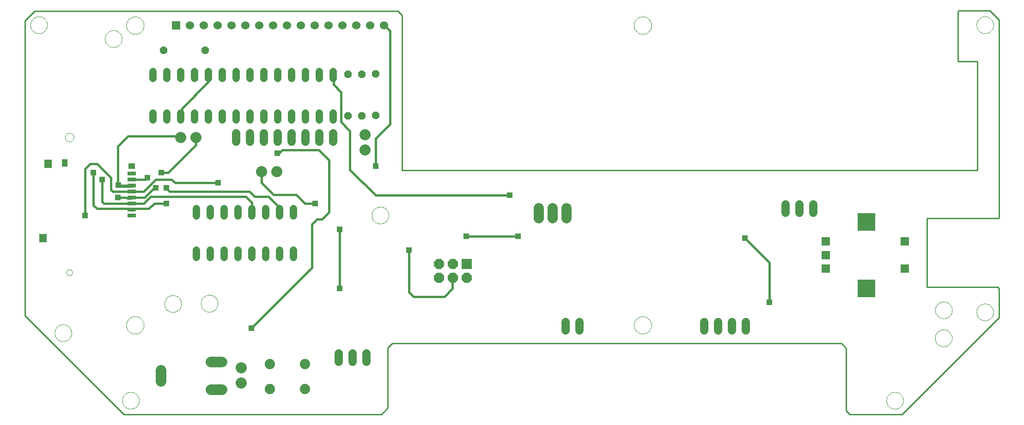
<source format=gtl>
G75*
G70*
%OFA0B0*%
%FSLAX24Y24*%
%IPPOS*%
%LPD*%
%AMOC8*
5,1,8,0,0,1.08239X$1,22.5*
%
%ADD10C,0.0100*%
%ADD11R,0.0740X0.0740*%
%ADD12OC8,0.0740*%
%ADD13C,0.0000*%
%ADD14C,0.0600*%
%ADD15C,0.0520*%
%ADD16OC8,0.0520*%
%ADD17R,0.0594X0.0594*%
%ADD18R,0.1266X0.1266*%
%ADD19R,0.0600X0.0600*%
%ADD20C,0.0600*%
%ADD21C,0.0780*%
%ADD22C,0.0800*%
%ADD23R,0.0531X0.0591*%
%ADD24R,0.0394X0.0551*%
%ADD25R,0.0512X0.0394*%
%ADD26R,0.0591X0.0295*%
%ADD27C,0.0740*%
%ADD28C,0.0594*%
%ADD29C,0.0740*%
%ADD30R,0.0396X0.0396*%
%ADD31C,0.0160*%
D10*
X001163Y007439D02*
X008288Y000314D01*
X026876Y000314D01*
X027326Y000764D01*
X027326Y005114D01*
X027638Y005426D01*
X060051Y005426D01*
X060401Y005076D01*
X060401Y000564D01*
X060651Y000314D01*
X064426Y000314D01*
X071413Y007301D01*
X071426Y007301D02*
X071426Y009389D01*
X071313Y009501D01*
X066226Y009501D01*
X066226Y014476D01*
X066238Y014476D02*
X071401Y014476D01*
X071413Y014489D01*
X071413Y028776D01*
X070738Y029451D01*
X068476Y029451D01*
X068463Y029414D02*
X068463Y025801D01*
X069863Y025801D01*
X069863Y017926D01*
X028338Y017926D01*
X028351Y029126D01*
X028038Y029426D01*
X027501Y029426D01*
X009688Y029426D01*
X001863Y029426D01*
X001163Y028739D01*
X001163Y007439D01*
X001738Y029301D02*
X001863Y029426D01*
X070781Y029431D02*
X071406Y028806D01*
D11*
X033031Y011181D03*
D12*
X032031Y011181D03*
X031031Y011181D03*
X031031Y010181D03*
X032031Y010181D03*
X033031Y010181D03*
D13*
X045082Y006748D02*
X045084Y006798D01*
X045090Y006848D01*
X045100Y006897D01*
X045114Y006945D01*
X045131Y006992D01*
X045152Y007037D01*
X045177Y007081D01*
X045205Y007122D01*
X045237Y007161D01*
X045271Y007198D01*
X045308Y007232D01*
X045348Y007262D01*
X045390Y007289D01*
X045434Y007313D01*
X045480Y007334D01*
X045527Y007350D01*
X045575Y007363D01*
X045625Y007372D01*
X045674Y007377D01*
X045725Y007378D01*
X045775Y007375D01*
X045824Y007368D01*
X045873Y007357D01*
X045921Y007342D01*
X045967Y007324D01*
X046012Y007302D01*
X046055Y007276D01*
X046096Y007247D01*
X046135Y007215D01*
X046171Y007180D01*
X046203Y007142D01*
X046233Y007102D01*
X046260Y007059D01*
X046283Y007015D01*
X046302Y006969D01*
X046318Y006921D01*
X046330Y006872D01*
X046338Y006823D01*
X046342Y006773D01*
X046342Y006723D01*
X046338Y006673D01*
X046330Y006624D01*
X046318Y006575D01*
X046302Y006527D01*
X046283Y006481D01*
X046260Y006437D01*
X046233Y006394D01*
X046203Y006354D01*
X046171Y006316D01*
X046135Y006281D01*
X046096Y006249D01*
X046055Y006220D01*
X046012Y006194D01*
X045967Y006172D01*
X045921Y006154D01*
X045873Y006139D01*
X045824Y006128D01*
X045775Y006121D01*
X045725Y006118D01*
X045674Y006119D01*
X045625Y006124D01*
X045575Y006133D01*
X045527Y006146D01*
X045480Y006162D01*
X045434Y006183D01*
X045390Y006207D01*
X045348Y006234D01*
X045308Y006264D01*
X045271Y006298D01*
X045237Y006335D01*
X045205Y006374D01*
X045177Y006415D01*
X045152Y006459D01*
X045131Y006504D01*
X045114Y006551D01*
X045100Y006599D01*
X045090Y006648D01*
X045084Y006698D01*
X045082Y006748D01*
X063296Y001306D02*
X063298Y001355D01*
X063304Y001404D01*
X063314Y001452D01*
X063327Y001499D01*
X063345Y001545D01*
X063366Y001589D01*
X063390Y001632D01*
X063418Y001672D01*
X063449Y001711D01*
X063483Y001746D01*
X063520Y001779D01*
X063559Y001808D01*
X063601Y001834D01*
X063644Y001857D01*
X063690Y001876D01*
X063736Y001892D01*
X063784Y001904D01*
X063832Y001912D01*
X063881Y001916D01*
X063931Y001916D01*
X063980Y001912D01*
X064028Y001904D01*
X064076Y001892D01*
X064122Y001876D01*
X064168Y001857D01*
X064211Y001834D01*
X064253Y001808D01*
X064292Y001779D01*
X064329Y001746D01*
X064363Y001711D01*
X064394Y001672D01*
X064422Y001632D01*
X064446Y001589D01*
X064467Y001545D01*
X064485Y001499D01*
X064498Y001452D01*
X064508Y001404D01*
X064514Y001355D01*
X064516Y001306D01*
X064514Y001257D01*
X064508Y001208D01*
X064498Y001160D01*
X064485Y001113D01*
X064467Y001067D01*
X064446Y001023D01*
X064422Y000980D01*
X064394Y000940D01*
X064363Y000901D01*
X064329Y000866D01*
X064292Y000833D01*
X064253Y000804D01*
X064211Y000778D01*
X064168Y000755D01*
X064122Y000736D01*
X064076Y000720D01*
X064028Y000708D01*
X063980Y000700D01*
X063931Y000696D01*
X063881Y000696D01*
X063832Y000700D01*
X063784Y000708D01*
X063736Y000720D01*
X063690Y000736D01*
X063644Y000755D01*
X063601Y000778D01*
X063559Y000804D01*
X063520Y000833D01*
X063483Y000866D01*
X063449Y000901D01*
X063418Y000940D01*
X063390Y000980D01*
X063366Y001023D01*
X063345Y001067D01*
X063327Y001113D01*
X063314Y001160D01*
X063304Y001208D01*
X063298Y001257D01*
X063296Y001306D01*
X066803Y005814D02*
X066805Y005863D01*
X066811Y005912D01*
X066821Y005960D01*
X066834Y006007D01*
X066852Y006053D01*
X066873Y006097D01*
X066897Y006140D01*
X066925Y006180D01*
X066956Y006219D01*
X066990Y006254D01*
X067027Y006287D01*
X067066Y006316D01*
X067108Y006342D01*
X067151Y006365D01*
X067197Y006384D01*
X067243Y006400D01*
X067291Y006412D01*
X067339Y006420D01*
X067388Y006424D01*
X067438Y006424D01*
X067487Y006420D01*
X067535Y006412D01*
X067583Y006400D01*
X067629Y006384D01*
X067675Y006365D01*
X067718Y006342D01*
X067760Y006316D01*
X067799Y006287D01*
X067836Y006254D01*
X067870Y006219D01*
X067901Y006180D01*
X067929Y006140D01*
X067953Y006097D01*
X067974Y006053D01*
X067992Y006007D01*
X068005Y005960D01*
X068015Y005912D01*
X068021Y005863D01*
X068023Y005814D01*
X068021Y005765D01*
X068015Y005716D01*
X068005Y005668D01*
X067992Y005621D01*
X067974Y005575D01*
X067953Y005531D01*
X067929Y005488D01*
X067901Y005448D01*
X067870Y005409D01*
X067836Y005374D01*
X067799Y005341D01*
X067760Y005312D01*
X067718Y005286D01*
X067675Y005263D01*
X067629Y005244D01*
X067583Y005228D01*
X067535Y005216D01*
X067487Y005208D01*
X067438Y005204D01*
X067388Y005204D01*
X067339Y005208D01*
X067291Y005216D01*
X067243Y005228D01*
X067197Y005244D01*
X067151Y005263D01*
X067108Y005286D01*
X067066Y005312D01*
X067027Y005341D01*
X066990Y005374D01*
X066956Y005409D01*
X066925Y005448D01*
X066897Y005488D01*
X066873Y005531D01*
X066852Y005575D01*
X066834Y005621D01*
X066821Y005668D01*
X066811Y005716D01*
X066805Y005765D01*
X066803Y005814D01*
X069796Y007681D02*
X069798Y007730D01*
X069804Y007779D01*
X069814Y007827D01*
X069827Y007874D01*
X069845Y007920D01*
X069866Y007964D01*
X069890Y008007D01*
X069918Y008047D01*
X069949Y008086D01*
X069983Y008121D01*
X070020Y008154D01*
X070059Y008183D01*
X070101Y008209D01*
X070144Y008232D01*
X070190Y008251D01*
X070236Y008267D01*
X070284Y008279D01*
X070332Y008287D01*
X070381Y008291D01*
X070431Y008291D01*
X070480Y008287D01*
X070528Y008279D01*
X070576Y008267D01*
X070622Y008251D01*
X070668Y008232D01*
X070711Y008209D01*
X070753Y008183D01*
X070792Y008154D01*
X070829Y008121D01*
X070863Y008086D01*
X070894Y008047D01*
X070922Y008007D01*
X070946Y007964D01*
X070967Y007920D01*
X070985Y007874D01*
X070998Y007827D01*
X071008Y007779D01*
X071014Y007730D01*
X071016Y007681D01*
X071014Y007632D01*
X071008Y007583D01*
X070998Y007535D01*
X070985Y007488D01*
X070967Y007442D01*
X070946Y007398D01*
X070922Y007355D01*
X070894Y007315D01*
X070863Y007276D01*
X070829Y007241D01*
X070792Y007208D01*
X070753Y007179D01*
X070711Y007153D01*
X070668Y007130D01*
X070622Y007111D01*
X070576Y007095D01*
X070528Y007083D01*
X070480Y007075D01*
X070431Y007071D01*
X070381Y007071D01*
X070332Y007075D01*
X070284Y007083D01*
X070236Y007095D01*
X070190Y007111D01*
X070144Y007130D01*
X070101Y007153D01*
X070059Y007179D01*
X070020Y007208D01*
X069983Y007241D01*
X069949Y007276D01*
X069918Y007315D01*
X069890Y007355D01*
X069866Y007398D01*
X069845Y007442D01*
X069827Y007488D01*
X069814Y007535D01*
X069804Y007583D01*
X069798Y007632D01*
X069796Y007681D01*
X066816Y007826D02*
X066818Y007875D01*
X066824Y007924D01*
X066834Y007972D01*
X066847Y008019D01*
X066865Y008065D01*
X066886Y008109D01*
X066910Y008152D01*
X066938Y008192D01*
X066969Y008231D01*
X067003Y008266D01*
X067040Y008299D01*
X067079Y008328D01*
X067121Y008354D01*
X067164Y008377D01*
X067210Y008396D01*
X067256Y008412D01*
X067304Y008424D01*
X067352Y008432D01*
X067401Y008436D01*
X067451Y008436D01*
X067500Y008432D01*
X067548Y008424D01*
X067596Y008412D01*
X067642Y008396D01*
X067688Y008377D01*
X067731Y008354D01*
X067773Y008328D01*
X067812Y008299D01*
X067849Y008266D01*
X067883Y008231D01*
X067914Y008192D01*
X067942Y008152D01*
X067966Y008109D01*
X067987Y008065D01*
X068005Y008019D01*
X068018Y007972D01*
X068028Y007924D01*
X068034Y007875D01*
X068036Y007826D01*
X068034Y007777D01*
X068028Y007728D01*
X068018Y007680D01*
X068005Y007633D01*
X067987Y007587D01*
X067966Y007543D01*
X067942Y007500D01*
X067914Y007460D01*
X067883Y007421D01*
X067849Y007386D01*
X067812Y007353D01*
X067773Y007324D01*
X067731Y007298D01*
X067688Y007275D01*
X067642Y007256D01*
X067596Y007240D01*
X067548Y007228D01*
X067500Y007220D01*
X067451Y007216D01*
X067401Y007216D01*
X067352Y007220D01*
X067304Y007228D01*
X067256Y007240D01*
X067210Y007256D01*
X067164Y007275D01*
X067121Y007298D01*
X067079Y007324D01*
X067040Y007353D01*
X067003Y007386D01*
X066969Y007421D01*
X066938Y007460D01*
X066910Y007500D01*
X066886Y007543D01*
X066865Y007587D01*
X066847Y007633D01*
X066834Y007680D01*
X066824Y007728D01*
X066818Y007777D01*
X066816Y007826D01*
X026171Y014681D02*
X026173Y014730D01*
X026179Y014779D01*
X026189Y014827D01*
X026202Y014874D01*
X026220Y014920D01*
X026241Y014964D01*
X026265Y015007D01*
X026293Y015047D01*
X026324Y015086D01*
X026358Y015121D01*
X026395Y015154D01*
X026434Y015183D01*
X026476Y015209D01*
X026519Y015232D01*
X026565Y015251D01*
X026611Y015267D01*
X026659Y015279D01*
X026707Y015287D01*
X026756Y015291D01*
X026806Y015291D01*
X026855Y015287D01*
X026903Y015279D01*
X026951Y015267D01*
X026997Y015251D01*
X027043Y015232D01*
X027086Y015209D01*
X027128Y015183D01*
X027167Y015154D01*
X027204Y015121D01*
X027238Y015086D01*
X027269Y015047D01*
X027297Y015007D01*
X027321Y014964D01*
X027342Y014920D01*
X027360Y014874D01*
X027373Y014827D01*
X027383Y014779D01*
X027389Y014730D01*
X027391Y014681D01*
X027389Y014632D01*
X027383Y014583D01*
X027373Y014535D01*
X027360Y014488D01*
X027342Y014442D01*
X027321Y014398D01*
X027297Y014355D01*
X027269Y014315D01*
X027238Y014276D01*
X027204Y014241D01*
X027167Y014208D01*
X027128Y014179D01*
X027086Y014153D01*
X027043Y014130D01*
X026997Y014111D01*
X026951Y014095D01*
X026903Y014083D01*
X026855Y014075D01*
X026806Y014071D01*
X026756Y014071D01*
X026707Y014075D01*
X026659Y014083D01*
X026611Y014095D01*
X026565Y014111D01*
X026519Y014130D01*
X026476Y014153D01*
X026434Y014179D01*
X026395Y014208D01*
X026358Y014241D01*
X026324Y014276D01*
X026293Y014315D01*
X026265Y014355D01*
X026241Y014398D01*
X026220Y014442D01*
X026202Y014488D01*
X026189Y014535D01*
X026179Y014583D01*
X026173Y014632D01*
X026171Y014681D01*
X013841Y008314D02*
X013843Y008363D01*
X013849Y008412D01*
X013859Y008460D01*
X013872Y008507D01*
X013890Y008553D01*
X013911Y008597D01*
X013935Y008640D01*
X013963Y008680D01*
X013994Y008719D01*
X014028Y008754D01*
X014065Y008787D01*
X014104Y008816D01*
X014146Y008842D01*
X014189Y008865D01*
X014235Y008884D01*
X014281Y008900D01*
X014329Y008912D01*
X014377Y008920D01*
X014426Y008924D01*
X014476Y008924D01*
X014525Y008920D01*
X014573Y008912D01*
X014621Y008900D01*
X014667Y008884D01*
X014713Y008865D01*
X014756Y008842D01*
X014798Y008816D01*
X014837Y008787D01*
X014874Y008754D01*
X014908Y008719D01*
X014939Y008680D01*
X014967Y008640D01*
X014991Y008597D01*
X015012Y008553D01*
X015030Y008507D01*
X015043Y008460D01*
X015053Y008412D01*
X015059Y008363D01*
X015061Y008314D01*
X015059Y008265D01*
X015053Y008216D01*
X015043Y008168D01*
X015030Y008121D01*
X015012Y008075D01*
X014991Y008031D01*
X014967Y007988D01*
X014939Y007948D01*
X014908Y007909D01*
X014874Y007874D01*
X014837Y007841D01*
X014798Y007812D01*
X014756Y007786D01*
X014713Y007763D01*
X014667Y007744D01*
X014621Y007728D01*
X014573Y007716D01*
X014525Y007708D01*
X014476Y007704D01*
X014426Y007704D01*
X014377Y007708D01*
X014329Y007716D01*
X014281Y007728D01*
X014235Y007744D01*
X014189Y007763D01*
X014146Y007786D01*
X014104Y007812D01*
X014065Y007841D01*
X014028Y007874D01*
X013994Y007909D01*
X013963Y007948D01*
X013935Y007988D01*
X013911Y008031D01*
X013890Y008075D01*
X013872Y008121D01*
X013859Y008168D01*
X013849Y008216D01*
X013843Y008265D01*
X013841Y008314D01*
X011216Y008289D02*
X011218Y008338D01*
X011224Y008387D01*
X011234Y008435D01*
X011247Y008482D01*
X011265Y008528D01*
X011286Y008572D01*
X011310Y008615D01*
X011338Y008655D01*
X011369Y008694D01*
X011403Y008729D01*
X011440Y008762D01*
X011479Y008791D01*
X011521Y008817D01*
X011564Y008840D01*
X011610Y008859D01*
X011656Y008875D01*
X011704Y008887D01*
X011752Y008895D01*
X011801Y008899D01*
X011851Y008899D01*
X011900Y008895D01*
X011948Y008887D01*
X011996Y008875D01*
X012042Y008859D01*
X012088Y008840D01*
X012131Y008817D01*
X012173Y008791D01*
X012212Y008762D01*
X012249Y008729D01*
X012283Y008694D01*
X012314Y008655D01*
X012342Y008615D01*
X012366Y008572D01*
X012387Y008528D01*
X012405Y008482D01*
X012418Y008435D01*
X012428Y008387D01*
X012434Y008338D01*
X012436Y008289D01*
X012434Y008240D01*
X012428Y008191D01*
X012418Y008143D01*
X012405Y008096D01*
X012387Y008050D01*
X012366Y008006D01*
X012342Y007963D01*
X012314Y007923D01*
X012283Y007884D01*
X012249Y007849D01*
X012212Y007816D01*
X012173Y007787D01*
X012131Y007761D01*
X012088Y007738D01*
X012042Y007719D01*
X011996Y007703D01*
X011948Y007691D01*
X011900Y007683D01*
X011851Y007679D01*
X011801Y007679D01*
X011752Y007683D01*
X011704Y007691D01*
X011656Y007703D01*
X011610Y007719D01*
X011564Y007738D01*
X011521Y007761D01*
X011479Y007787D01*
X011440Y007816D01*
X011403Y007849D01*
X011369Y007884D01*
X011338Y007923D01*
X011310Y007963D01*
X011286Y008006D01*
X011265Y008050D01*
X011247Y008096D01*
X011234Y008143D01*
X011224Y008191D01*
X011218Y008240D01*
X011216Y008289D01*
X008468Y006748D02*
X008470Y006798D01*
X008476Y006848D01*
X008486Y006897D01*
X008500Y006945D01*
X008517Y006992D01*
X008538Y007037D01*
X008563Y007081D01*
X008591Y007122D01*
X008623Y007161D01*
X008657Y007198D01*
X008694Y007232D01*
X008734Y007262D01*
X008776Y007289D01*
X008820Y007313D01*
X008866Y007334D01*
X008913Y007350D01*
X008961Y007363D01*
X009011Y007372D01*
X009060Y007377D01*
X009111Y007378D01*
X009161Y007375D01*
X009210Y007368D01*
X009259Y007357D01*
X009307Y007342D01*
X009353Y007324D01*
X009398Y007302D01*
X009441Y007276D01*
X009482Y007247D01*
X009521Y007215D01*
X009557Y007180D01*
X009589Y007142D01*
X009619Y007102D01*
X009646Y007059D01*
X009669Y007015D01*
X009688Y006969D01*
X009704Y006921D01*
X009716Y006872D01*
X009724Y006823D01*
X009728Y006773D01*
X009728Y006723D01*
X009724Y006673D01*
X009716Y006624D01*
X009704Y006575D01*
X009688Y006527D01*
X009669Y006481D01*
X009646Y006437D01*
X009619Y006394D01*
X009589Y006354D01*
X009557Y006316D01*
X009521Y006281D01*
X009482Y006249D01*
X009441Y006220D01*
X009398Y006194D01*
X009353Y006172D01*
X009307Y006154D01*
X009259Y006139D01*
X009210Y006128D01*
X009161Y006121D01*
X009111Y006118D01*
X009060Y006119D01*
X009011Y006124D01*
X008961Y006133D01*
X008913Y006146D01*
X008866Y006162D01*
X008820Y006183D01*
X008776Y006207D01*
X008734Y006234D01*
X008694Y006264D01*
X008657Y006298D01*
X008623Y006335D01*
X008591Y006374D01*
X008563Y006415D01*
X008538Y006459D01*
X008517Y006504D01*
X008500Y006551D01*
X008486Y006599D01*
X008476Y006648D01*
X008470Y006698D01*
X008468Y006748D01*
X003296Y006181D02*
X003298Y006230D01*
X003304Y006279D01*
X003314Y006327D01*
X003327Y006374D01*
X003345Y006420D01*
X003366Y006464D01*
X003390Y006507D01*
X003418Y006547D01*
X003449Y006586D01*
X003483Y006621D01*
X003520Y006654D01*
X003559Y006683D01*
X003601Y006709D01*
X003644Y006732D01*
X003690Y006751D01*
X003736Y006767D01*
X003784Y006779D01*
X003832Y006787D01*
X003881Y006791D01*
X003931Y006791D01*
X003980Y006787D01*
X004028Y006779D01*
X004076Y006767D01*
X004122Y006751D01*
X004168Y006732D01*
X004211Y006709D01*
X004253Y006683D01*
X004292Y006654D01*
X004329Y006621D01*
X004363Y006586D01*
X004394Y006547D01*
X004422Y006507D01*
X004446Y006464D01*
X004467Y006420D01*
X004485Y006374D01*
X004498Y006327D01*
X004508Y006279D01*
X004514Y006230D01*
X004516Y006181D01*
X004514Y006132D01*
X004508Y006083D01*
X004498Y006035D01*
X004485Y005988D01*
X004467Y005942D01*
X004446Y005898D01*
X004422Y005855D01*
X004394Y005815D01*
X004363Y005776D01*
X004329Y005741D01*
X004292Y005708D01*
X004253Y005679D01*
X004211Y005653D01*
X004168Y005630D01*
X004122Y005611D01*
X004076Y005595D01*
X004028Y005583D01*
X003980Y005575D01*
X003931Y005571D01*
X003881Y005571D01*
X003832Y005575D01*
X003784Y005583D01*
X003736Y005595D01*
X003690Y005611D01*
X003644Y005630D01*
X003601Y005653D01*
X003559Y005679D01*
X003520Y005708D01*
X003483Y005741D01*
X003449Y005776D01*
X003418Y005815D01*
X003390Y005855D01*
X003366Y005898D01*
X003345Y005942D01*
X003327Y005988D01*
X003314Y006035D01*
X003304Y006083D01*
X003298Y006132D01*
X003296Y006181D01*
X004146Y010550D02*
X004148Y010579D01*
X004154Y010607D01*
X004163Y010635D01*
X004176Y010661D01*
X004193Y010684D01*
X004212Y010706D01*
X004234Y010725D01*
X004259Y010740D01*
X004285Y010753D01*
X004313Y010761D01*
X004341Y010766D01*
X004370Y010767D01*
X004399Y010764D01*
X004427Y010757D01*
X004454Y010747D01*
X004480Y010733D01*
X004503Y010716D01*
X004524Y010696D01*
X004542Y010673D01*
X004557Y010648D01*
X004568Y010621D01*
X004576Y010593D01*
X004580Y010564D01*
X004580Y010536D01*
X004576Y010507D01*
X004568Y010479D01*
X004557Y010452D01*
X004542Y010427D01*
X004524Y010404D01*
X004503Y010384D01*
X004480Y010367D01*
X004454Y010353D01*
X004427Y010343D01*
X004399Y010336D01*
X004370Y010333D01*
X004341Y010334D01*
X004313Y010339D01*
X004285Y010347D01*
X004259Y010360D01*
X004234Y010375D01*
X004212Y010394D01*
X004193Y010416D01*
X004176Y010439D01*
X004163Y010465D01*
X004154Y010493D01*
X004148Y010521D01*
X004146Y010550D01*
X008171Y001306D02*
X008173Y001355D01*
X008179Y001404D01*
X008189Y001452D01*
X008202Y001499D01*
X008220Y001545D01*
X008241Y001589D01*
X008265Y001632D01*
X008293Y001672D01*
X008324Y001711D01*
X008358Y001746D01*
X008395Y001779D01*
X008434Y001808D01*
X008476Y001834D01*
X008519Y001857D01*
X008565Y001876D01*
X008611Y001892D01*
X008659Y001904D01*
X008707Y001912D01*
X008756Y001916D01*
X008806Y001916D01*
X008855Y001912D01*
X008903Y001904D01*
X008951Y001892D01*
X008997Y001876D01*
X009043Y001857D01*
X009086Y001834D01*
X009128Y001808D01*
X009167Y001779D01*
X009204Y001746D01*
X009238Y001711D01*
X009269Y001672D01*
X009297Y001632D01*
X009321Y001589D01*
X009342Y001545D01*
X009360Y001499D01*
X009373Y001452D01*
X009383Y001404D01*
X009389Y001355D01*
X009391Y001306D01*
X009389Y001257D01*
X009383Y001208D01*
X009373Y001160D01*
X009360Y001113D01*
X009342Y001067D01*
X009321Y001023D01*
X009297Y000980D01*
X009269Y000940D01*
X009238Y000901D01*
X009204Y000866D01*
X009167Y000833D01*
X009128Y000804D01*
X009086Y000778D01*
X009043Y000755D01*
X008997Y000736D01*
X008951Y000720D01*
X008903Y000708D01*
X008855Y000700D01*
X008806Y000696D01*
X008756Y000696D01*
X008707Y000700D01*
X008659Y000708D01*
X008611Y000720D01*
X008565Y000736D01*
X008519Y000755D01*
X008476Y000778D01*
X008434Y000804D01*
X008395Y000833D01*
X008358Y000866D01*
X008324Y000901D01*
X008293Y000940D01*
X008265Y000980D01*
X008241Y001023D01*
X008220Y001067D01*
X008202Y001113D01*
X008189Y001160D01*
X008179Y001208D01*
X008173Y001257D01*
X008171Y001306D01*
X004048Y020314D02*
X004050Y020349D01*
X004056Y020384D01*
X004066Y020418D01*
X004079Y020451D01*
X004096Y020482D01*
X004117Y020510D01*
X004140Y020537D01*
X004167Y020560D01*
X004195Y020581D01*
X004226Y020598D01*
X004259Y020611D01*
X004293Y020621D01*
X004328Y020627D01*
X004363Y020629D01*
X004398Y020627D01*
X004433Y020621D01*
X004467Y020611D01*
X004500Y020598D01*
X004531Y020581D01*
X004559Y020560D01*
X004586Y020537D01*
X004609Y020510D01*
X004630Y020482D01*
X004647Y020451D01*
X004660Y020418D01*
X004670Y020384D01*
X004676Y020349D01*
X004678Y020314D01*
X004676Y020279D01*
X004670Y020244D01*
X004660Y020210D01*
X004647Y020177D01*
X004630Y020146D01*
X004609Y020118D01*
X004586Y020091D01*
X004559Y020068D01*
X004531Y020047D01*
X004500Y020030D01*
X004467Y020017D01*
X004433Y020007D01*
X004398Y020001D01*
X004363Y019999D01*
X004328Y020001D01*
X004293Y020007D01*
X004259Y020017D01*
X004226Y020030D01*
X004195Y020047D01*
X004167Y020068D01*
X004140Y020091D01*
X004117Y020118D01*
X004096Y020146D01*
X004079Y020177D01*
X004066Y020210D01*
X004056Y020244D01*
X004050Y020279D01*
X004048Y020314D01*
X006921Y027431D02*
X006923Y027480D01*
X006929Y027529D01*
X006939Y027577D01*
X006952Y027624D01*
X006970Y027670D01*
X006991Y027714D01*
X007015Y027757D01*
X007043Y027797D01*
X007074Y027836D01*
X007108Y027871D01*
X007145Y027904D01*
X007184Y027933D01*
X007226Y027959D01*
X007269Y027982D01*
X007315Y028001D01*
X007361Y028017D01*
X007409Y028029D01*
X007457Y028037D01*
X007506Y028041D01*
X007556Y028041D01*
X007605Y028037D01*
X007653Y028029D01*
X007701Y028017D01*
X007747Y028001D01*
X007793Y027982D01*
X007836Y027959D01*
X007878Y027933D01*
X007917Y027904D01*
X007954Y027871D01*
X007988Y027836D01*
X008019Y027797D01*
X008047Y027757D01*
X008071Y027714D01*
X008092Y027670D01*
X008110Y027624D01*
X008123Y027577D01*
X008133Y027529D01*
X008139Y027480D01*
X008141Y027431D01*
X008139Y027382D01*
X008133Y027333D01*
X008123Y027285D01*
X008110Y027238D01*
X008092Y027192D01*
X008071Y027148D01*
X008047Y027105D01*
X008019Y027065D01*
X007988Y027026D01*
X007954Y026991D01*
X007917Y026958D01*
X007878Y026929D01*
X007836Y026903D01*
X007793Y026880D01*
X007747Y026861D01*
X007701Y026845D01*
X007653Y026833D01*
X007605Y026825D01*
X007556Y026821D01*
X007506Y026821D01*
X007457Y026825D01*
X007409Y026833D01*
X007361Y026845D01*
X007315Y026861D01*
X007269Y026880D01*
X007226Y026903D01*
X007184Y026929D01*
X007145Y026958D01*
X007108Y026991D01*
X007074Y027026D01*
X007043Y027065D01*
X007015Y027105D01*
X006991Y027148D01*
X006970Y027192D01*
X006952Y027238D01*
X006939Y027285D01*
X006929Y027333D01*
X006923Y027382D01*
X006921Y027431D01*
X008468Y028401D02*
X008470Y028451D01*
X008476Y028501D01*
X008486Y028550D01*
X008500Y028598D01*
X008517Y028645D01*
X008538Y028690D01*
X008563Y028734D01*
X008591Y028775D01*
X008623Y028814D01*
X008657Y028851D01*
X008694Y028885D01*
X008734Y028915D01*
X008776Y028942D01*
X008820Y028966D01*
X008866Y028987D01*
X008913Y029003D01*
X008961Y029016D01*
X009011Y029025D01*
X009060Y029030D01*
X009111Y029031D01*
X009161Y029028D01*
X009210Y029021D01*
X009259Y029010D01*
X009307Y028995D01*
X009353Y028977D01*
X009398Y028955D01*
X009441Y028929D01*
X009482Y028900D01*
X009521Y028868D01*
X009557Y028833D01*
X009589Y028795D01*
X009619Y028755D01*
X009646Y028712D01*
X009669Y028668D01*
X009688Y028622D01*
X009704Y028574D01*
X009716Y028525D01*
X009724Y028476D01*
X009728Y028426D01*
X009728Y028376D01*
X009724Y028326D01*
X009716Y028277D01*
X009704Y028228D01*
X009688Y028180D01*
X009669Y028134D01*
X009646Y028090D01*
X009619Y028047D01*
X009589Y028007D01*
X009557Y027969D01*
X009521Y027934D01*
X009482Y027902D01*
X009441Y027873D01*
X009398Y027847D01*
X009353Y027825D01*
X009307Y027807D01*
X009259Y027792D01*
X009210Y027781D01*
X009161Y027774D01*
X009111Y027771D01*
X009060Y027772D01*
X009011Y027777D01*
X008961Y027786D01*
X008913Y027799D01*
X008866Y027815D01*
X008820Y027836D01*
X008776Y027860D01*
X008734Y027887D01*
X008694Y027917D01*
X008657Y027951D01*
X008623Y027988D01*
X008591Y028027D01*
X008563Y028068D01*
X008538Y028112D01*
X008517Y028157D01*
X008500Y028204D01*
X008486Y028252D01*
X008476Y028301D01*
X008470Y028351D01*
X008468Y028401D01*
X001546Y028431D02*
X001548Y028480D01*
X001554Y028529D01*
X001564Y028577D01*
X001577Y028624D01*
X001595Y028670D01*
X001616Y028714D01*
X001640Y028757D01*
X001668Y028797D01*
X001699Y028836D01*
X001733Y028871D01*
X001770Y028904D01*
X001809Y028933D01*
X001851Y028959D01*
X001894Y028982D01*
X001940Y029001D01*
X001986Y029017D01*
X002034Y029029D01*
X002082Y029037D01*
X002131Y029041D01*
X002181Y029041D01*
X002230Y029037D01*
X002278Y029029D01*
X002326Y029017D01*
X002372Y029001D01*
X002418Y028982D01*
X002461Y028959D01*
X002503Y028933D01*
X002542Y028904D01*
X002579Y028871D01*
X002613Y028836D01*
X002644Y028797D01*
X002672Y028757D01*
X002696Y028714D01*
X002717Y028670D01*
X002735Y028624D01*
X002748Y028577D01*
X002758Y028529D01*
X002764Y028480D01*
X002766Y028431D01*
X002764Y028382D01*
X002758Y028333D01*
X002748Y028285D01*
X002735Y028238D01*
X002717Y028192D01*
X002696Y028148D01*
X002672Y028105D01*
X002644Y028065D01*
X002613Y028026D01*
X002579Y027991D01*
X002542Y027958D01*
X002503Y027929D01*
X002461Y027903D01*
X002418Y027880D01*
X002372Y027861D01*
X002326Y027845D01*
X002278Y027833D01*
X002230Y027825D01*
X002181Y027821D01*
X002131Y027821D01*
X002082Y027825D01*
X002034Y027833D01*
X001986Y027845D01*
X001940Y027861D01*
X001894Y027880D01*
X001851Y027903D01*
X001809Y027929D01*
X001770Y027958D01*
X001733Y027991D01*
X001699Y028026D01*
X001668Y028065D01*
X001640Y028105D01*
X001616Y028148D01*
X001595Y028192D01*
X001577Y028238D01*
X001564Y028285D01*
X001554Y028333D01*
X001548Y028382D01*
X001546Y028431D01*
X045082Y028401D02*
X045084Y028451D01*
X045090Y028501D01*
X045100Y028550D01*
X045114Y028598D01*
X045131Y028645D01*
X045152Y028690D01*
X045177Y028734D01*
X045205Y028775D01*
X045237Y028814D01*
X045271Y028851D01*
X045308Y028885D01*
X045348Y028915D01*
X045390Y028942D01*
X045434Y028966D01*
X045480Y028987D01*
X045527Y029003D01*
X045575Y029016D01*
X045625Y029025D01*
X045674Y029030D01*
X045725Y029031D01*
X045775Y029028D01*
X045824Y029021D01*
X045873Y029010D01*
X045921Y028995D01*
X045967Y028977D01*
X046012Y028955D01*
X046055Y028929D01*
X046096Y028900D01*
X046135Y028868D01*
X046171Y028833D01*
X046203Y028795D01*
X046233Y028755D01*
X046260Y028712D01*
X046283Y028668D01*
X046302Y028622D01*
X046318Y028574D01*
X046330Y028525D01*
X046338Y028476D01*
X046342Y028426D01*
X046342Y028376D01*
X046338Y028326D01*
X046330Y028277D01*
X046318Y028228D01*
X046302Y028180D01*
X046283Y028134D01*
X046260Y028090D01*
X046233Y028047D01*
X046203Y028007D01*
X046171Y027969D01*
X046135Y027934D01*
X046096Y027902D01*
X046055Y027873D01*
X046012Y027847D01*
X045967Y027825D01*
X045921Y027807D01*
X045873Y027792D01*
X045824Y027781D01*
X045775Y027774D01*
X045725Y027771D01*
X045674Y027772D01*
X045625Y027777D01*
X045575Y027786D01*
X045527Y027799D01*
X045480Y027815D01*
X045434Y027836D01*
X045390Y027860D01*
X045348Y027887D01*
X045308Y027917D01*
X045271Y027951D01*
X045237Y027988D01*
X045205Y028027D01*
X045177Y028068D01*
X045152Y028112D01*
X045131Y028157D01*
X045114Y028204D01*
X045100Y028252D01*
X045090Y028301D01*
X045084Y028351D01*
X045082Y028401D01*
X069796Y028431D02*
X069798Y028480D01*
X069804Y028529D01*
X069814Y028577D01*
X069827Y028624D01*
X069845Y028670D01*
X069866Y028714D01*
X069890Y028757D01*
X069918Y028797D01*
X069949Y028836D01*
X069983Y028871D01*
X070020Y028904D01*
X070059Y028933D01*
X070101Y028959D01*
X070144Y028982D01*
X070190Y029001D01*
X070236Y029017D01*
X070284Y029029D01*
X070332Y029037D01*
X070381Y029041D01*
X070431Y029041D01*
X070480Y029037D01*
X070528Y029029D01*
X070576Y029017D01*
X070622Y029001D01*
X070668Y028982D01*
X070711Y028959D01*
X070753Y028933D01*
X070792Y028904D01*
X070829Y028871D01*
X070863Y028836D01*
X070894Y028797D01*
X070922Y028757D01*
X070946Y028714D01*
X070967Y028670D01*
X070985Y028624D01*
X070998Y028577D01*
X071008Y028529D01*
X071014Y028480D01*
X071016Y028431D01*
X071014Y028382D01*
X071008Y028333D01*
X070998Y028285D01*
X070985Y028238D01*
X070967Y028192D01*
X070946Y028148D01*
X070922Y028105D01*
X070894Y028065D01*
X070863Y028026D01*
X070829Y027991D01*
X070792Y027958D01*
X070753Y027929D01*
X070711Y027903D01*
X070668Y027880D01*
X070622Y027861D01*
X070576Y027845D01*
X070528Y027833D01*
X070480Y027825D01*
X070431Y027821D01*
X070381Y027821D01*
X070332Y027825D01*
X070284Y027833D01*
X070236Y027845D01*
X070190Y027861D01*
X070144Y027880D01*
X070101Y027903D01*
X070059Y027929D01*
X070020Y027958D01*
X069983Y027991D01*
X069949Y028026D01*
X069918Y028065D01*
X069890Y028105D01*
X069866Y028148D01*
X069845Y028192D01*
X069827Y028238D01*
X069814Y028285D01*
X069804Y028333D01*
X069798Y028382D01*
X069796Y028431D01*
D14*
X058031Y015481D02*
X058031Y014881D01*
X057031Y014881D02*
X057031Y015481D01*
X056031Y015481D02*
X056031Y014881D01*
X053156Y006981D02*
X053156Y006381D01*
X052156Y006381D02*
X052156Y006981D01*
X051156Y006981D02*
X051156Y006381D01*
X050156Y006381D02*
X050156Y006981D01*
X041156Y006981D02*
X041156Y006381D01*
X040156Y006381D02*
X040156Y006981D01*
X023388Y020014D02*
X023388Y020614D01*
X022388Y020614D02*
X022388Y020014D01*
X021388Y020014D02*
X021388Y020614D01*
X020388Y020614D02*
X020388Y020014D01*
X019388Y020014D02*
X019388Y020614D01*
X018388Y020614D02*
X018388Y020014D01*
X017388Y020014D02*
X017388Y020614D01*
X016388Y020614D02*
X016388Y020014D01*
D15*
X016401Y021554D02*
X016401Y022074D01*
X017401Y022074D02*
X017401Y021554D01*
X018401Y021554D02*
X018401Y022074D01*
X019401Y022074D02*
X019401Y021554D01*
X020401Y021554D02*
X020401Y022074D01*
X021401Y022074D02*
X021401Y021554D01*
X022401Y021554D02*
X022401Y022074D01*
X023401Y022074D02*
X023401Y021554D01*
X015401Y021554D02*
X015401Y022074D01*
X014401Y022074D02*
X014401Y021554D01*
X013401Y021554D02*
X013401Y022074D01*
X012401Y022074D02*
X012401Y021554D01*
X011401Y021554D02*
X011401Y022074D01*
X010401Y022074D02*
X010401Y021554D01*
X010401Y024554D02*
X010401Y025074D01*
X011401Y025074D02*
X011401Y024554D01*
X012401Y024554D02*
X012401Y025074D01*
X013401Y025074D02*
X013401Y024554D01*
X014401Y024554D02*
X014401Y025074D01*
X015401Y025074D02*
X015401Y024554D01*
X016401Y024554D02*
X016401Y025074D01*
X017401Y025074D02*
X017401Y024554D01*
X018401Y024554D02*
X018401Y025074D01*
X019401Y025074D02*
X019401Y024554D01*
X020401Y024554D02*
X020401Y025074D01*
X021401Y025074D02*
X021401Y024554D01*
X022401Y024554D02*
X022401Y025074D01*
X023401Y025074D02*
X023401Y024554D01*
X020526Y015161D02*
X020526Y014641D01*
X019526Y014641D02*
X019526Y015161D01*
X018526Y015161D02*
X018526Y014641D01*
X017526Y014641D02*
X017526Y015161D01*
X016526Y015161D02*
X016526Y014641D01*
X015526Y014641D02*
X015526Y015161D01*
X014526Y015161D02*
X014526Y014641D01*
X013526Y014641D02*
X013526Y015161D01*
X013526Y012161D02*
X013526Y011641D01*
X014526Y011641D02*
X014526Y012161D01*
X015526Y012161D02*
X015526Y011641D01*
X016526Y011641D02*
X016526Y012161D01*
X017526Y012161D02*
X017526Y011641D01*
X018526Y011641D02*
X018526Y012161D01*
X019526Y012161D02*
X019526Y011641D01*
X020526Y011641D02*
X020526Y012161D01*
D16*
X024463Y021864D03*
X025463Y021876D03*
X026451Y021889D03*
X026451Y024889D03*
X025463Y024876D03*
X024463Y024864D03*
X014163Y026614D03*
X011163Y026614D03*
D17*
X058911Y012785D03*
X058911Y011801D03*
X058911Y010817D03*
X064619Y010817D03*
X064619Y012785D03*
D18*
X061863Y014203D03*
X061863Y009400D03*
D19*
X012050Y028401D03*
D20*
X013050Y028401D03*
X014050Y028401D03*
X015050Y028401D03*
X016050Y028401D03*
X017050Y028401D03*
X018050Y028401D03*
X019050Y028401D03*
X020050Y028401D03*
X021050Y028401D03*
X022050Y028401D03*
X023050Y028401D03*
X024050Y028401D03*
X025050Y028401D03*
X026050Y028401D03*
X027050Y028401D03*
D21*
X015341Y004101D02*
X014561Y004101D01*
X010951Y003491D02*
X010951Y002711D01*
X014561Y002101D02*
X015341Y002101D01*
D22*
X016751Y002551D03*
X016751Y003651D03*
X018226Y017839D03*
X019326Y017839D03*
X025688Y019401D03*
X025688Y020501D03*
X013501Y020301D03*
X012401Y020301D03*
D23*
X002832Y018397D03*
X002438Y013023D03*
D24*
X004023Y018456D03*
D25*
X008845Y018229D03*
D26*
X008865Y017698D03*
X008865Y017265D03*
X008865Y016832D03*
X008865Y016399D03*
X008865Y015965D03*
X008865Y015532D03*
X008865Y015099D03*
X008865Y014666D03*
D27*
X018808Y003929D03*
X021368Y003929D03*
X021368Y002149D03*
X018808Y002149D03*
D28*
X023776Y004092D02*
X023776Y004685D01*
X024776Y004685D02*
X024776Y004092D01*
X025776Y004092D02*
X025776Y004685D01*
D29*
X038226Y014476D02*
X038226Y015216D01*
X039226Y015216D02*
X039226Y014476D01*
X040226Y014476D02*
X040226Y015216D01*
D30*
X036118Y016120D03*
X036726Y013151D03*
X032976Y013151D03*
X028851Y012151D03*
X023851Y013651D03*
X022101Y015526D03*
X015101Y017026D03*
X011351Y016651D03*
X010601Y016651D03*
X009976Y017401D03*
X010976Y017776D03*
X007876Y016864D03*
X006726Y017276D03*
X006101Y017776D03*
X007851Y015976D03*
X005476Y014651D03*
X011351Y015526D03*
X019351Y019151D03*
X026463Y018226D03*
X053101Y013026D03*
X054851Y008401D03*
X023851Y009401D03*
X017476Y006526D03*
D31*
X021851Y010901D01*
X021851Y014026D01*
X022226Y014401D01*
X022601Y014401D01*
X023101Y014901D01*
X023101Y018651D01*
X022351Y019401D01*
X019726Y019401D01*
X019476Y019151D01*
X019351Y019151D01*
X018226Y017839D02*
X018226Y017026D01*
X019101Y016151D01*
X020726Y016151D01*
X021351Y015526D01*
X022101Y015526D01*
X019526Y015226D02*
X019526Y014901D01*
X019526Y015226D02*
X018726Y016026D01*
X017726Y016026D01*
X017476Y016276D01*
X017351Y016401D01*
X011601Y016401D01*
X011351Y016651D01*
X010601Y016651D02*
X010476Y016651D01*
X009790Y015965D01*
X008865Y015965D01*
X008801Y015901D01*
X008601Y015901D01*
X008426Y015964D01*
X007851Y015976D01*
X006851Y015526D02*
X008859Y015526D01*
X008865Y015532D01*
X008871Y015526D01*
X009726Y015526D01*
X010226Y016026D01*
X017101Y016026D01*
X017526Y015601D01*
X017526Y014901D01*
X011351Y015526D02*
X010476Y015526D01*
X010101Y015151D01*
X008917Y015151D01*
X008865Y015099D01*
X008851Y015151D02*
X008851Y015026D01*
X008726Y015151D01*
X006351Y015151D01*
X006101Y015401D01*
X006101Y017776D01*
X005476Y018026D02*
X005851Y018401D01*
X006351Y018401D01*
X007351Y017401D01*
X007351Y017151D01*
X007351Y016526D01*
X007476Y016401D01*
X008863Y016401D01*
X008865Y016399D01*
X008868Y016401D01*
X009726Y016401D01*
X010601Y017276D01*
X011726Y017276D01*
X011976Y017026D01*
X015101Y017026D01*
X013476Y019776D02*
X011476Y017776D01*
X010976Y017776D01*
X009976Y017401D02*
X009840Y017265D01*
X008865Y017265D01*
X008045Y016832D02*
X007851Y017026D01*
X007851Y019651D01*
X008601Y020401D01*
X012301Y020401D01*
X012401Y020301D01*
X013476Y020276D02*
X013476Y019776D01*
X012401Y021814D02*
X012476Y021889D01*
X012476Y022401D01*
X014401Y024326D01*
X014401Y024814D01*
X023401Y024814D02*
X023404Y024811D01*
X023404Y024128D01*
X023950Y023582D01*
X023950Y021424D01*
X024600Y020774D01*
X024600Y017966D01*
X026446Y016120D01*
X036118Y016120D01*
X036726Y013151D02*
X032976Y013151D01*
X028851Y012151D02*
X028851Y010901D01*
X028851Y010413D01*
X028851Y009139D01*
X029202Y008788D01*
X031339Y008788D01*
X031429Y008802D01*
X032002Y009401D01*
X032002Y010100D01*
X032031Y010181D01*
X023851Y009401D02*
X023851Y013651D01*
X026463Y018226D02*
X026463Y020239D01*
X027488Y021264D01*
X027488Y028001D01*
X027076Y028414D01*
X005476Y018026D02*
X005476Y014651D01*
X006726Y015651D02*
X006851Y015526D01*
X006726Y015651D02*
X006726Y017276D01*
X007876Y016864D02*
X008101Y016776D01*
X008226Y016776D01*
X008851Y016776D01*
X008865Y016832D02*
X008045Y016832D01*
X053101Y013026D02*
X054851Y011276D01*
X054851Y008401D01*
M02*

</source>
